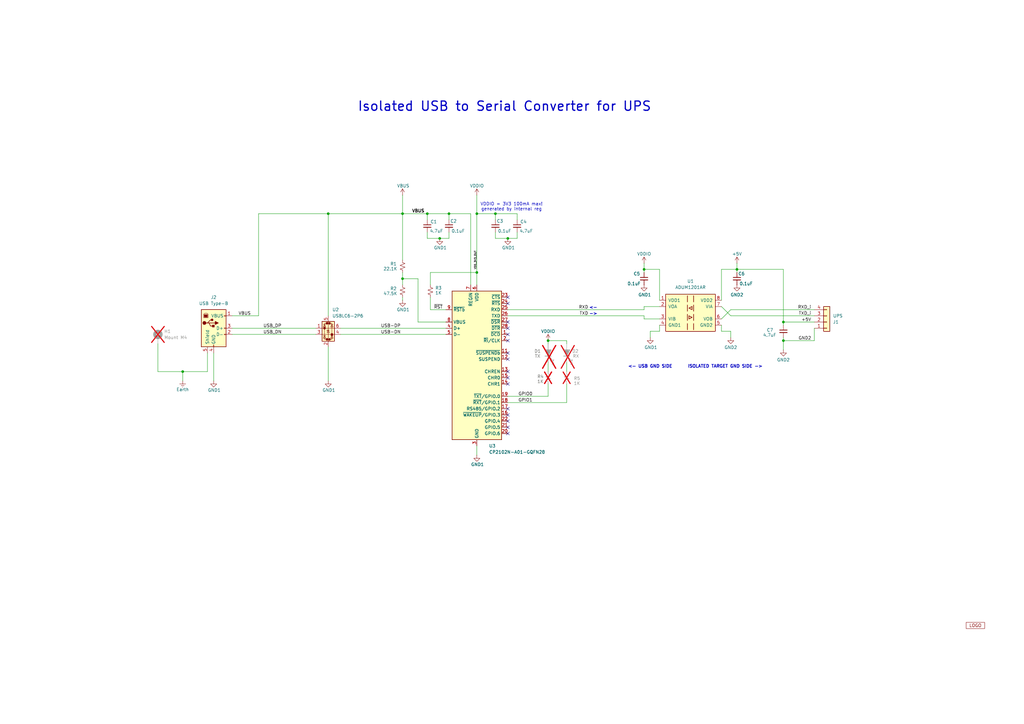
<source format=kicad_sch>
(kicad_sch (version 20250114) (generator "eeschema") (generator_version "9.0")
  (paper "A3")
  (title_block (title "VoltLink UPS Isolator") (date "2026-01-21") (rev "A") (company "Voltlog") (comment 1 "Isolated USB to Serial for UPS") (comment 2 "Copyright Voltlog 2025") (comment 3 "License: GPLv3") (comment 4 "Modified by Dimon7070"))
  (lib_symbols
    (symbol "Connector:USB_B" (pin_names (offset 1.016))
      (property "Reference" "J" (at -5.08 11.43 0))
      (property "Value" "USB_B" (at -5.08 8.89 0))
      (symbol "USB_B_0_1"
        (rectangle (start -5.08 -7.62) (end 5.08 7.62) (stroke (width 0.254)) (fill (type background)))
        (polyline (pts (xy -4.064 4.318) (xy -2.286 4.318) (xy -2.286 5.715) (xy -2.667 6.096) (xy -3.683 6.096) (xy -4.064 5.715) (xy -4.064 4.318)))
        (rectangle (start -3.81 5.588) (end -2.54 4.572) (fill (type outline)))
        (circle (center -3.81 2.159) (radius 0.635) (stroke (width 0.254)) (fill (type outline)))
        (polyline (pts (xy -3.175 2.159) (xy -2.54 2.159) (xy -1.27 3.429) (xy -0.635 3.429)) (stroke (width 0.254)))
        (polyline (pts (xy -2.54 2.159) (xy -1.905 2.159) (xy -1.27 0.889) (xy 0 0.889)) (stroke (width 0.254)))
        (polyline (pts (xy -1.905 2.159) (xy 0.635 2.159)) (stroke (width 0.254)))
        (circle (center -0.635 3.429) (radius 0.381) (stroke (width 0.254)) (fill (type outline)))
        (rectangle (start -0.127 -7.62) (end 0.127 -6.858))
        (rectangle (start 0.254 1.27) (end -0.508 0.508) (stroke (width 0.254)) (fill (type outline)))
        (polyline (pts (xy 0.635 2.794) (xy 0.635 1.524) (xy 1.905 2.159) (xy 0.635 2.794)) (stroke (width 0.254)) (fill (type outline)))
        (rectangle (start 5.08 4.953) (end 4.318 5.207))
        (rectangle (start 5.08 -0.127) (end 4.318 0.127))
        (rectangle (start 5.08 -2.667) (end 4.318 -2.413))
      )
      (symbol "USB_B_1_1"
        (pin passive line (at -2.54 -10.16 90) (length 2.54) (name "Shield") (number "5"))
        (pin power_out line (at 0 -10.16 90) (length 2.54) (name "GND") (number "4"))
        (pin power_out line (at 7.62 5.08 180) (length 2.54) (name "VBUS") (number "1"))
        (pin bidirectional line (at 7.62 0 180) (length 2.54) (name "D+") (number "3"))
        (pin bidirectional line (at 7.62 -2.54 180) (length 2.54) (name "D-") (number "2"))
      )
    )
    (symbol "Connector_Generic:Conn_01x04" (pin_names (offset 1.016) (hide yes))
      (property "Reference" "J" (at 0 5.08 0))
      (property "Value" "Conn_01x04" (at 0 -7.62 0))
      (symbol "Conn_01x04_1_1"
        (rectangle (start -1.27 3.81) (end 1.27 -6.35) (stroke (width 0.254)) (fill (type background)))
        (rectangle (start -1.27 2.667) (end 0 2.413) (stroke (width 0.1524)))
        (rectangle (start -1.27 0.127) (end 0 -0.127) (stroke (width 0.1524)))
        (rectangle (start -1.27 -2.413) (end 0 -2.667) (stroke (width 0.1524)))
        (rectangle (start -1.27 -4.953) (end 0 -5.207) (stroke (width 0.1524)))
        (pin passive line (at -5.08 2.54 0) (length 3.81) (name "Pin_1") (number "1"))
        (pin passive line (at -5.08 0 0) (length 3.81) (name "Pin_2") (number "2"))
        (pin passive line (at -5.08 -2.54 0) (length 3.81) (name "Pin_3") (number "3"))
        (pin passive line (at -5.08 -5.08 0) (length 3.81) (name "Pin_4") (number "4"))
      )
    )
    (symbol "Device:C_Small" (pin_numbers (hide yes)) (pin_names (offset 0.254) (hide yes))
      (property "Reference" "C" (at 0.254 1.778 0))
      (property "Value" "C_Small" (at 0.254 -2.032 0))
      (symbol "C_Small_0_1"
        (polyline (pts (xy -1.524 0.508) (xy 1.524 0.508)) (stroke (width 0.3048)))
        (polyline (pts (xy -1.524 -0.508) (xy 1.524 -0.508)) (stroke (width 0.3302)))
      )
      (symbol "C_Small_1_1"
        (pin passive line (at 0 2.54 270) (length 2.032) (name "~") (number "1"))
        (pin passive line (at 0 -2.54 90) (length 2.032) (name "~") (number "2"))
      )
    )
    (symbol "Device:LED_ALT" (pin_numbers (hide yes)) (pin_names (offset 1.016) (hide yes))
      (property "Reference" "D" (at 0 2.54 0))
      (property "Value" "Device_LED_ALT" (at 0 -2.54 0))
      (symbol "LED_ALT_0_1"
        (polyline (pts (xy -3.048 -0.762) (xy -4.572 -2.286) (xy -3.81 -2.286) (xy -4.572 -2.286) (xy -4.572 -1.524)))
        (polyline (pts (xy -1.778 -0.762) (xy -3.302 -2.286) (xy -2.54 -2.286) (xy -3.302 -2.286) (xy -3.302 -1.524)))
        (polyline (pts (xy -1.27 0) (xy 1.27 0)))
        (polyline (pts (xy -1.27 -1.27) (xy -1.27 1.27)) (stroke (width 0.254)))
        (polyline (pts (xy 1.27 -1.27) (xy 1.27 1.27) (xy -1.27 0) (xy 1.27 -1.27)) (stroke (width 0.254)) (fill (type outline)))
      )
      (symbol "LED_ALT_1_1"
        (pin passive line (at -3.81 0 0) (length 2.54) (name "K") (number "1"))
        (pin passive line (at 3.81 0 180) (length 2.54) (name "A") (number "2"))
      )
    )
    (symbol "Device:R_Small_US" (pin_numbers (hide yes)) (pin_names (offset 0.254) (hide yes))
      (property "Reference" "R" (at 0.762 0.508 0))
      (property "Value" "R_Small_US" (at 0.762 -1.016 0))
      (symbol "R_Small_US_1_1"
        (polyline (pts (xy 0 1.524) (xy 1.016 1.143) (xy 0 0.762) (xy -1.016 0.381) (xy 0 0)))
        (polyline (pts (xy 0 0) (xy 1.016 -0.381) (xy 0 -0.762) (xy -1.016 -1.143) (xy 0 -1.524)))
        (pin passive line (at 0 2.54 270) (length 1.016) (name "~") (number "1"))
        (pin passive line (at 0 -2.54 90) (length 1.016) (name "~") (number "2"))
      )
    )
    (symbol "Interface_USB:CP2102N-A01-GQFN28"
      (property "Reference" "U" (at -7.62 31.75 0))
      (property "Value" "Interface_USB_CP2102N-A01-GQFN28" (at 26.67 31.75 0))
      (symbol "CP2102N-A01-GQFN28_0_1"
        (rectangle (start -10.16 30.48) (end 10.16 -30.48) (stroke (width 0.254)) (fill (type background)))
      )
      (symbol "CP2102N-A01-GQFN28_1_1"
        (pin input line (at -12.7 22.86 0) (length 2.54) (name "~{RSTb}") (number "9"))
        (pin input line (at -12.7 17.78 0) (length 2.54) (name "VBUS") (number "8"))
        (pin bidirectional line (at -12.7 15.24 0) (length 2.54) (name "D+") (number "4"))
        (pin bidirectional line (at -12.7 12.7 0) (length 2.54) (name "D-") (number "5"))
        (pin no_connect line (at -10.16 -10.16 0) (length 2.54) (hide yes) (name "NC") (number "10"))
        (pin power_in line (at -2.54 33.02 270) (length 2.54) (name "REGIN") (number "7"))
        (pin passive line (at 0 33.02 270) (length 2.54) (name "VDD") (number "6"))
        (pin passive line (at 0 -33.02 90) (length 2.54) (hide yes) (name "GND") (number "29"))
        (pin power_in line (at 0 -33.02 90) (length 2.54) (name "GND") (number "3"))
        (pin input line (at 12.7 27.94 180) (length 2.54) (name "~{CTS}") (number "23"))
        (pin output line (at 12.7 25.4 180) (length 2.54) (name "~{RTS}") (number "24"))
        (pin input line (at 12.7 22.86 180) (length 2.54) (name "RXD") (number "25"))
        (pin output line (at 12.7 20.32 180) (length 2.54) (name "TXD") (number "26"))
        (pin input line (at 12.7 17.78 180) (length 2.54) (name "~{DSR}") (number "27"))
        (pin output line (at 12.7 15.24 180) (length 2.54) (name "~{DTR}") (number "28"))
        (pin input line (at 12.7 12.7 180) (length 2.54) (name "~{DCD}") (number "1"))
        (pin bidirectional line (at 12.7 10.16 180) (length 2.54) (name "~{RI}/CLK") (number "2"))
        (pin output line (at 12.7 5.08 180) (length 2.54) (name "~{SUSPENDb}") (number "11"))
        (pin output line (at 12.7 2.54 180) (length 2.54) (name "SUSPEND") (number "12"))
        (pin output line (at 12.7 -2.54 180) (length 2.54) (name "CHREN") (number "13"))
        (pin output line (at 12.7 -5.08 180) (length 2.54) (name "CHR0") (number "15"))
        (pin output line (at 12.7 -7.62 180) (length 2.54) (name "CHR1") (number "14"))
        (pin bidirectional line (at 12.7 -12.7 180) (length 2.54) (name "~{TXT}/GPIO.0") (number "19"))
        (pin bidirectional line (at 12.7 -15.24 180) (length 2.54) (name "~{RXT}/GPIO.1") (number "18"))
        (pin bidirectional line (at 12.7 -17.78 180) (length 2.54) (name "RS485/GPIO.2") (number "17"))
        (pin bidirectional line (at 12.7 -20.32 180) (length 2.54) (name "~{WAKEUP}/GPIO.3") (number "16"))
        (pin bidirectional line (at 12.7 -22.86 180) (length 2.54) (name "GPIO.4") (number "22"))
        (pin bidirectional line (at 12.7 -25.4 180) (length 2.54) (name "GPIO.5") (number "21"))
        (pin bidirectional line (at 12.7 -27.94 180) (length 2.54) (name "GPIO.6") (number "20"))
      )
    )
    (symbol "Isolator:ADuM1201AR" (pin_names (offset 1.016))
      (property "Reference" "U" (at -10.16 8.89 0))
      (property "Value" "ADuM1201AR" (at -2.032 8.89 0))
      (symbol "ADuM1201AR_0_1"
        (rectangle (start -10.16 7.62) (end 10.16 -7.62) (stroke (width 0.254)) (fill (type background)))
        (polyline (pts (xy -1.27 6.985) (xy -1.27 4.445)) (stroke (width 0.254)))
        (polyline (pts (xy -1.27 3.175) (xy -1.27 0.635)) (stroke (width 0.254)))
        (polyline (pts (xy -1.27 -0.635) (xy -1.27 -3.175)) (stroke (width 0.254)))
        (polyline (pts (xy -1.27 -4.445) (xy -1.27 -6.985)) (stroke (width 0.254)))
        (polyline (pts (xy -0.635 -1.27) (xy -0.635 -2.54) (xy 0.635 -1.905) (xy -0.635 -1.27)) (stroke (width 0.254)))
        (polyline (pts (xy 0.635 2.54) (xy 0.635 1.27) (xy -0.635 1.905) (xy 0.635 2.54)) (stroke (width 0.254)))
        (polyline (pts (xy 1.27 6.985) (xy 1.27 4.445)) (stroke (width 0.254)))
        (polyline (pts (xy 1.27 3.175) (xy 1.27 0.635)) (stroke (width 0.254)))
        (polyline (pts (xy 1.27 -0.635) (xy 1.27 -3.175)) (stroke (width 0.254)))
        (polyline (pts (xy 1.27 -4.445) (xy 1.27 -6.985)) (stroke (width 0.254)))
      )
      (symbol "ADuM1201AR_1_1"
        (pin power_in line (at -12.7 5.08 0) (length 2.54) (name "VDD1") (number "1"))
        (pin output line (at -12.7 2.54 0) (length 2.54) (name "VOA") (number "2"))
        (pin input line (at -12.7 -2.54 0) (length 2.54) (name "VIB") (number "3"))
        (pin power_in line (at -12.7 -5.08 0) (length 2.54) (name "GND1") (number "4"))
        (pin power_in line (at 12.7 5.08 180) (length 2.54) (name "VDD2") (number "8"))
        (pin input line (at 12.7 2.54 180) (length 2.54) (name "VIA") (number "7"))
        (pin output line (at 12.7 -2.54 180) (length 2.54) (name "VOB") (number "6"))
        (pin power_in line (at 12.7 -5.08 180) (length 2.54) (name "GND2") (number "5"))
      )
    )
    (symbol "MountingHole_Pad_1" (pin_numbers (hide yes)) (pin_names (offset 1.016) (hide yes)) (exclude_from_sim yes) (in_bom no)
      (property "Reference" "H" (at 0 6.35 0))
      (property "Value" "MountingHole_Pad" (at 0 4.445 0))
      (symbol "MountingHole_Pad_1_0_1"
        (circle (center 0 1.27) (radius 1.27) (stroke (width 1.27)))
      )
      (symbol "MountingHole_Pad_1_1_1"
        (pin input line (at 0 -2.54 90) (length 2.54) (name "1") (number "1"))
      )
    )
    (symbol "USBLC6-2P6_1" (pin_names (hide yes))
      (property "Reference" "U" (at 0.635 5.715 0))
      (property "Value" "USBLC6-2P6" (at 0.635 3.81 0))
      (symbol "USBLC6-2P6_1_0_0"
        (circle (center -1.524 0) (radius 0.0001) (stroke (width 0.508)))
        (circle (center -0.508 2.032) (radius 0.0001) (stroke (width 0.508)))
        (circle (center -0.508 -4.572) (radius 0.0001) (stroke (width 0.508)))
        (circle (center 0.508 2.032) (radius 0.0001) (stroke (width 0.508)))
        (circle (center 0.508 -4.572) (radius 0.0001) (stroke (width 0.508)))
        (circle (center 1.524 -2.54) (radius 0.0001) (stroke (width 0.508)))
      )
      (symbol "USBLC6-2P6_1_0_1"
        (polyline (pts (xy -2.54 0) (xy 2.54 0)))
        (polyline (pts (xy -2.54 -2.54) (xy 2.54 -2.54)))
        (polyline (pts (xy -2.032 0.508) (xy -1.016 0.508) (xy -1.524 1.524) (xy -2.032 0.508)))
        (polyline (pts (xy -2.032 -3.048) (xy -1.016 -3.048)))
        (polyline (pts (xy -1.016 1.524) (xy -2.032 1.524)))
        (polyline (pts (xy -1.016 -4.064) (xy -2.032 -4.064) (xy -1.524 -3.048) (xy -1.016 -4.064)))
        (polyline (pts (xy -0.508 -1.143) (xy -0.508 -0.762) (xy 0.508 -0.762)))
        (polyline (pts (xy 0 2.54) (xy -0.508 2.032) (xy 0.508 2.032) (xy 0 1.524) (xy 0 -4.064) (xy -0.508 -4.572) (xy 0.508 -4.572) (xy 0 -5.08)))
        (polyline (pts (xy 0.508 -1.778) (xy -0.508 -1.778) (xy 0 -0.762) (xy 0.508 -1.778)))
        (polyline (pts (xy 1.016 1.524) (xy 2.032 1.524)))
        (polyline (pts (xy 1.016 -3.048) (xy 2.032 -3.048)))
        (polyline (pts (xy 2.032 0.508) (xy 1.016 0.508) (xy 1.524 1.524) (xy 2.032 0.508)))
        (polyline (pts (xy 2.032 -4.064) (xy 1.016 -4.064) (xy 1.524 -3.048) (xy 2.032 -4.064)))
      )
      (symbol "USBLC6-2P6_1_1_1"
        (rectangle (start -2.54 2.794) (end 2.54 -5.334) (stroke (width 0.254)) (fill (type background)))
        (polyline (pts (xy -0.508 2.032) (xy -1.524 2.032) (xy -1.524 -4.572) (xy -0.508 -4.572)))
        (polyline (pts (xy 0.508 -4.572) (xy 1.524 -4.572) (xy 1.524 2.032) (xy 0.508 2.032)))
        (pin passive line (at -5.08 0 0) (length 2.54) (name "I/O1") (number "1"))
        (pin passive line (at -5.08 -2.54 0) (length 2.54) (name "I/O2") (number "3"))
        (pin passive line (at 0 5.08 270) (length 2.54) (name "VBUS") (number "5"))
        (pin passive line (at 0 -7.62 90) (length 2.54) (name "GND") (number "2"))
        (pin passive line (at 5.08 0 180) (length 2.54) (name "I/O1") (number "6"))
        (pin passive line (at 5.08 -2.54 180) (length 2.54) (name "I/O2") (number "4"))
      )
    )
    (symbol "Voltlog:VOLTLOG_LOGO" (pin_numbers (hide yes)) (pin_names (offset 0) (hide yes)) (in_bom no)
      (symbol "VOLTLOG_LOGO_0_0"
        (text "LOGO" (at 0 0 0) (effects (font (size 1.27 1.27))))
      )
      (symbol "VOLTLOG_LOGO_0_1"
        (rectangle (start -3.81 1.27) (end 3.81 -1.27))
      )
    )
    (symbol "power:+5V" (power) (pin_numbers (hide yes)) (pin_names (offset 0) (hide yes))
      (property "Value" "+5V" (at 0 3.556 0))
      (symbol "+5V_0_1"
        (polyline (pts (xy -0.762 1.27) (xy 0 2.54)))
        (polyline (pts (xy 0 2.54) (xy 0.762 1.27)))
        (polyline (pts (xy 0 0) (xy 0 2.54)))
      )
      (symbol "+5V_1_1"
        (pin power_in line (at 0 0 90) (length 0) (name "~") (number "1"))
      )
    )
    (symbol "power:Earth" (power) (pin_numbers (hide yes)) (pin_names (offset 0) (hide yes))
      (property "Value" "Earth" (at 0 -3.81 0))
      (symbol "Earth_0_1"
        (polyline (pts (xy -0.635 -1.905) (xy 0.635 -1.905)))
        (polyline (pts (xy -0.127 -2.54) (xy 0.127 -2.54)))
        (polyline (pts (xy 0 -1.27) (xy 0 0)))
        (polyline (pts (xy 1.27 -1.27) (xy -1.27 -1.27)))
      )
      (symbol "Earth_1_1"
        (pin power_in line (at 0 0 270) (length 0) (name "~") (number "1"))
      )
    )
    (symbol "power:GND1" (power) (pin_numbers (hide yes)) (pin_names (offset 0) (hide yes))
      (property "Value" "GND1" (at 0 -3.81 0))
      (symbol "GND1_0_1"
        (polyline (pts (xy 0 0) (xy 0 -1.27) (xy 1.27 -1.27) (xy 0 -2.54) (xy -1.27 -1.27) (xy 0 -1.27)))
      )
      (symbol "GND1_1_1"
        (pin power_in line (at 0 0 270) (length 0) (name "~") (number "1"))
      )
    )
    (symbol "power:GND2" (power) (pin_numbers (hide yes)) (pin_names (offset 0) (hide yes))
      (property "Value" "GND2" (at 0 -3.81 0))
      (symbol "GND2_0_1"
        (polyline (pts (xy 0 0) (xy 0 -1.27) (xy 1.27 -1.27) (xy 0 -2.54) (xy -1.27 -1.27) (xy 0 -1.27)))
      )
      (symbol "GND2_1_1"
        (pin power_in line (at 0 0 270) (length 0) (name "~") (number "1"))
      )
    )
    (symbol "power:VBUS" (power) (pin_numbers (hide yes)) (pin_names (offset 0) (hide yes))
      (property "Value" "VBUS" (at 0 3.556 0))
      (symbol "VBUS_0_1"
        (polyline (pts (xy -0.762 1.27) (xy 0 2.54)))
        (polyline (pts (xy 0 2.54) (xy 0.762 1.27)))
        (polyline (pts (xy 0 0) (xy 0 2.54)))
      )
      (symbol "VBUS_1_1"
        (pin power_in line (at 0 0 90) (length 0) (name "~") (number "1"))
      )
    )
    (symbol "power:VDD" (power) (pin_numbers (hide yes)) (pin_names (offset 0) (hide yes))
      (property "Value" "VDD" (at 0 3.556 0))
      (symbol "VDD_0_1"
        (polyline (pts (xy -0.762 1.27) (xy 0 2.54)))
        (polyline (pts (xy 0 2.54) (xy 0.762 1.27)))
        (polyline (pts (xy 0 0) (xy 0 2.54)))
      )
      (symbol "VDD_1_1"
        (pin power_in line (at 0 0 90) (length 0) (name "~") (number "1"))
      )
    )
  )
  (text "Isolated USB to Serial Converter for UPS" (at 146.558 45.974 0) (effects (font (size 3.81 3.81) (thickness 0.4978) (bold yes)) (justify left bottom)))
  (text "<- USB GND SIDE" (at 266.7 150.368 0) (effects (font (size 1.27 1.27) (thickness 0.254) (bold yes))))
  (text "ISOLATED TARGET GND SIDE ->" (at 297.434 150.368 0) (effects (font (size 1.27 1.27) (thickness 0.254) (bold yes))))
  (text "<-" (at 243.332 126.238 0) (effects (font (size 1.27 1.27) (bold yes))))
  (text "->" (at 243.332 128.778 0) (effects (font (size 1.27 1.27) (bold yes))))
  (text "VDDIO = 3V3 100mA max!\ngenerated by internal reg" (at 209.804 84.836 0) (effects (font (size 1.27 1.27))))
  (junction (at 184.15 87.63))
  (junction (at 134.62 87.63))
  (junction (at 195.58 87.63))
  (junction (at 302.26 110.49))
  (junction (at 321.31 132.08))
  (junction (at 180.34 97.79))
  (junction (at 165.1 114.3))
  (junction (at 264.16 110.49))
  (junction (at 74.93 152.4))
  (junction (at 195.58 111.76))
  (junction (at 165.1 87.63))
  (junction (at 224.79 139.7))
  (junction (at 175.26 87.63))
  (junction (at 203.2 87.63))
  (junction (at 208.28 97.79))
  (junction (at 321.31 139.7))
  (no_connect (at 208.28 147.32))
  (no_connect (at 208.28 177.8))
  (no_connect (at 208.28 157.48))
  (no_connect (at 208.28 134.62))
  (no_connect (at 208.28 167.64))
  (no_connect (at 208.28 152.4))
  (no_connect (at 208.28 172.72))
  (no_connect (at 208.28 154.94))
  (no_connect (at 208.28 139.7))
  (no_connect (at 208.28 144.78))
  (no_connect (at 208.28 132.08))
  (no_connect (at 208.28 124.46))
  (no_connect (at 208.28 175.26))
  (no_connect (at 208.28 137.16))
  (no_connect (at 208.28 170.18))
  (no_connect (at 208.28 121.92))
  (wire (pts (xy 165.1 114.3) (xy 165.1 116.84)))
  (wire (pts (xy 176.53 111.76) (xy 195.58 111.76)))
  (wire (pts (xy 208.28 162.56) (xy 224.79 162.56)))
  (wire (pts (xy 176.53 127) (xy 182.88 127)))
  (wire (pts (xy 270.51 110.49) (xy 264.16 110.49)))
  (wire (pts (xy 208.28 97.79) (xy 212.09 97.79)))
  (wire (pts (xy 95.25 134.62) (xy 129.54 134.62)))
  (wire (pts (xy 224.79 148.59) (xy 224.79 152.4)))
  (wire (pts (xy 299.72 129.54) (xy 334.01 129.54)))
  (wire (pts (xy 87.63 144.78) (xy 87.63 156.21)))
  (wire (pts (xy 321.31 139.7) (xy 321.31 138.43)))
  (wire (pts (xy 134.62 87.63) (xy 165.1 87.63)))
  (wire (pts (xy 334.01 139.7) (xy 334.01 134.62)))
  (wire (pts (xy 208.28 165.1) (xy 232.41 165.1)))
  (wire (pts (xy 180.34 97.79) (xy 184.15 97.79)))
  (wire (pts (xy 232.41 140.97) (xy 232.41 139.7)))
  (wire (pts (xy 264.16 107.95) (xy 264.16 110.49)))
  (wire (pts (xy 212.09 90.17) (xy 212.09 87.63)))
  (wire (pts (xy 264.16 110.49) (xy 264.16 111.76)))
  (wire (pts (xy 321.31 133.35) (xy 321.31 132.08)))
  (wire (pts (xy 195.58 111.76) (xy 195.58 116.84)))
  (wire (pts (xy 224.79 157.48) (xy 224.79 162.56)))
  (wire (pts (xy 176.53 111.76) (xy 176.53 116.84)))
  (wire (pts (xy 299.72 135.89) (xy 299.72 138.43)))
  (wire (pts (xy 321.31 110.49) (xy 321.31 132.08)))
  (wire (pts (xy 165.1 87.63) (xy 165.1 106.68)))
  (wire (pts (xy 195.58 87.63) (xy 203.2 87.63)))
  (wire (pts (xy 212.09 97.79) (xy 212.09 95.25)))
  (wire (pts (xy 302.26 110.49) (xy 302.26 111.76)))
  (wire (pts (xy 165.1 80.01) (xy 165.1 87.63)))
  (wire (pts (xy 203.2 87.63) (xy 203.2 90.17)))
  (wire (pts (xy 266.7 135.89) (xy 270.51 135.89)))
  (wire (pts (xy 139.7 134.62) (xy 182.88 134.62)))
  (wire (pts (xy 321.31 132.08) (xy 334.01 132.08)))
  (wire (pts (xy 175.26 97.79) (xy 180.34 97.79)))
  (wire (pts (xy 203.2 87.63) (xy 212.09 87.63)))
  (wire (pts (xy 270.51 123.19) (xy 270.51 110.49)))
  (wire (pts (xy 195.58 182.88) (xy 195.58 186.69)))
  (wire (pts (xy 302.26 107.95) (xy 302.26 110.49)))
  (wire (pts (xy 175.26 87.63) (xy 165.1 87.63)))
  (wire (pts (xy 295.91 110.49) (xy 295.91 123.19)))
  (wire (pts (xy 203.2 97.79) (xy 208.28 97.79)))
  (wire (pts (xy 321.31 143.51) (xy 321.31 139.7)))
  (wire (pts (xy 134.62 87.63) (xy 134.62 129.54)))
  (wire (pts (xy 266.7 135.89) (xy 266.7 138.43)))
  (wire (pts (xy 139.7 137.16) (xy 182.88 137.16)))
  (wire (pts (xy 270.51 135.89) (xy 270.51 133.35)))
  (wire (pts (xy 224.79 139.7) (xy 232.41 139.7)))
  (wire (pts (xy 208.28 129.54) (xy 264.16 129.54)))
  (wire (pts (xy 208.28 127) (xy 264.16 127)))
  (wire (pts (xy 134.62 142.24) (xy 134.62 156.21)))
  (wire (pts (xy 85.09 144.78) (xy 85.09 152.4)))
  (wire (pts (xy 321.31 139.7) (xy 334.01 139.7)))
  (wire (pts (xy 64.77 140.97) (xy 64.77 152.4)))
  (wire (pts (xy 184.15 87.63) (xy 184.15 90.17)))
  (wire (pts (xy 299.72 135.89) (xy 295.91 135.89)))
  (wire (pts (xy 193.04 116.84) (xy 193.04 87.63)))
  (wire (pts (xy 264.16 125.73) (xy 264.16 127)))
  (wire (pts (xy 299.72 127) (xy 334.01 127)))
  (wire (pts (xy 203.2 95.25) (xy 203.2 97.79)))
  (wire (pts (xy 74.93 152.4) (xy 74.93 156.21)))
  (wire (pts (xy 184.15 87.63) (xy 175.26 87.63)))
  (wire (pts (xy 106.045 87.63) (xy 134.62 87.63)))
  (wire (pts (xy 299.72 127) (xy 295.91 130.81)))
  (wire (pts (xy 224.79 139.7) (xy 224.79 140.97)))
  (wire (pts (xy 295.91 135.89) (xy 295.91 133.35)))
  (wire (pts (xy 176.53 121.92) (xy 176.53 127)))
  (wire (pts (xy 195.58 80.01) (xy 195.58 87.63)))
  (wire (pts (xy 295.91 110.49) (xy 302.26 110.49)))
  (wire (pts (xy 184.15 97.79) (xy 184.15 95.25)))
  (wire (pts (xy 171.45 132.08) (xy 182.88 132.08)))
  (wire (pts (xy 175.26 87.63) (xy 175.26 90.17)))
  (wire (pts (xy 106.045 87.63) (xy 106.045 129.54)))
  (wire (pts (xy 95.25 129.54) (xy 106.045 129.54)))
  (wire (pts (xy 232.41 157.48) (xy 232.41 165.1)))
  (wire (pts (xy 264.16 130.81) (xy 264.16 129.54)))
  (wire (pts (xy 95.25 137.16) (xy 129.54 137.16)))
  (wire (pts (xy 321.31 110.49) (xy 302.26 110.49)))
  (wire (pts (xy 232.41 148.59) (xy 232.41 152.4)))
  (wire (pts (xy 171.45 114.3) (xy 171.45 132.08)))
  (wire (pts (xy 165.1 111.76) (xy 165.1 114.3)))
  (wire (pts (xy 193.04 87.63) (xy 184.15 87.63)))
  (wire (pts (xy 165.1 121.92) (xy 165.1 123.19)))
  (wire (pts (xy 299.72 129.54) (xy 295.91 125.73)))
  (wire (pts (xy 195.58 87.63) (xy 195.58 111.76)))
  (wire (pts (xy 175.26 95.25) (xy 175.26 97.79)))
  (wire (pts (xy 165.1 114.3) (xy 171.45 114.3)))
  (wire (pts (xy 264.16 125.73) (xy 270.51 125.73)))
  (wire (pts (xy 74.93 152.4) (xy 85.09 152.4)))
  (wire (pts (xy 64.77 152.4) (xy 74.93 152.4)))
  (wire (pts (xy 264.16 130.81) (xy 270.51 130.81)))
  (label "USB_DN" (at 107.95 137.16 0))
  (label "GPIO0" (at 218.44 162.56 180))
  (label "USB-DP" (at 156.21 134.62 0))
  (label "VDD_3V3_OUT" (at 195.58 110.49 90) (effects (font (size 0.762 0.762))))
  (label "GPIO1" (at 218.44 165.1 180))
  (label "VBUS" (at 97.79 129.54 0))
  (label "TXD_i" (at 332.74 129.54 180))
  (label "TXD" (at 241.3 129.54 180))
  (label "VBUS" (at 168.91 87.63 0) (effects (font (thickness 0.254) (bold yes))))
  (label "+5V" (at 332.74 132.08 180))
  (label "USB-DN" (at 156.21 137.16 0))
  (label "RXD_i" (at 332.74 127 180))
  (label "~{RST}" (at 181.61 127 180))
  (label "RXD" (at 241.3 127 180))
  (label "USB_DP" (at 107.95 134.62 0))
  (label "GND2" (at 332.74 139.7 180))
  (symbol (lib_name "MountingHole_Pad_1") (lib_id "Mechanical:MountingHole_Pad") (at 64.77 138.43 0) (unit 1) (exclude_from_sim yes) (in_bom no) (dnp yes)
    (property "Reference" "H1" (at 67.31 135.8899 0) (effects (justify left)))
    (property "Value" "Mount M4" (at 67.31 138.4299 0) (effects (justify left)))
    (property "Footprint" "Voltlog:M4_TH_terminal" (effects (hide yes)))
    (property "Description" "Mounting Hole with connection" (effects (hide yes)))
  )
  (symbol (lib_id "Device:LED_ALT") (at 224.79 144.78 90) (unit 1) (dnp yes)
    (property "Reference" "D1" (at 220.472 144.018 90))
    (property "Value" "TX" (at 220.472 146.05 90))
    (property "Footprint" "LED_SMD:LED_0402_1005Metric" (effects (hide yes)))
    (property "Datasheet" "https://datasheet.lcsc.com/lcsc/2008201032_Foshan-NationStar-Optoelectronics-NCD0603G1_C84267.pdf" (effects (hide yes)))
    (property "LCSC" "C130723" (effects (hide yes)))
    (property "PN" "NCD0402G1" (effects (hide yes)))
  )
  (symbol (lib_id "power:GND1") (at 208.28 97.79 0) (unit 1)
    (property "Reference" "#PWR04" (effects (hide yes)))
    (property "Value" "GND1" (at 208.534 101.6 0))
    (property "Description" "Power symbol creates a global label with name \"GND1\" , ground" (effects (hide yes)))
  )
  (symbol (lib_id "Device:R_Small_US") (at 232.41 154.94 180) (unit 1) (dnp yes)
    (property "Reference" "R5" (at 237.998 155.194 0) (effects (justify left)))
    (property "Value" "1K" (at 237.998 157.226 0) (effects (justify left)))
    (property "Footprint" "Resistor_SMD:R_0402_1005Metric" (effects (hide yes)))
    (property "Description" "Resistor, small US symbol" (effects (hide yes)))
    (property "LCSC" "C11702" (effects (hide yes)))
  )
  (symbol (lib_id "power:GND1") (at 266.7 138.43 0) (unit 1)
    (property "Reference" "#PWR011" (effects (hide yes)))
    (property "Value" "GND1" (at 266.954 142.494 0))
    (property "Description" "Power symbol creates a global label with name \"GND1\" , ground" (effects (hide yes)))
  )
  (symbol (lib_id "power:+5V") (at 302.26 107.95 0) (unit 1)
    (property "Reference" "#PWR06" (effects (hide yes)))
    (property "Value" "+5V" (at 302.26 104.14 0))
    (property "Description" "Power symbol creates a global label with name \"+5V\"" (effects (hide yes)))
  )
  (symbol (lib_id "power:GND1") (at 134.62 156.21 0) (unit 1)
    (property "Reference" "#PWR016" (effects (hide yes)))
    (property "Value" "GND1" (at 134.874 160.02 0))
    (property "Description" "Power symbol creates a global label with name \"GND1\" , ground" (effects (hide yes)))
  )
  (symbol (lib_id "power:GND1") (at 180.34 97.79 0) (unit 1)
    (property "Reference" "#PWR03" (effects (hide yes)))
    (property "Value" "GND1" (at 180.594 101.6 0))
    (property "Description" "Power symbol creates a global label with name \"GND1\" , ground" (effects (hide yes)))
  )
  (symbol (lib_id "power:Earth") (at 74.93 156.21 0) (unit 1)
    (property "Reference" "#PWR014" (effects (hide yes)))
    (property "Value" "Earth" (at 74.93 159.766 0))
    (property "Description" "Power symbol creates a global label with name \"Earth\"" (effects (hide yes)))
  )
  (symbol (lib_id "Device:C_Small") (at 212.09 92.71 0) (unit 1)
    (property "Reference" "C4" (at 213.36 90.932 0) (effects (justify left)))
    (property "Value" "4.7uF" (at 213.106 94.742 0) (effects (justify left)))
    (property "Footprint" "Capacitor_SMD:C_0402_1005Metric" (effects (hide yes)))
    (property "Voltage" "10V" (effects (hide yes)))
    (property "LCSC" "C23733" (effects (hide yes)))
  )
  (symbol (lib_id "power:GND1") (at 165.1 123.19 0) (unit 1)
    (property "Reference" "#PWR09" (effects (hide yes)))
    (property "Value" "GND1" (at 165.354 127 0))
    (property "Description" "Power symbol creates a global label with name \"GND1\" , ground" (effects (hide yes)))
  )
  (symbol (lib_id "Device:R_Small_US") (at 165.1 119.38 0) (unit 1)
    (property "Reference" "R2" (at 160.02 118.364 0) (effects (justify left)))
    (property "Value" "47.5K" (at 157.226 120.396 0) (effects (justify left)))
    (property "Footprint" "Resistor_SMD:R_0402_1005Metric" (effects (hide yes)))
    (property "Description" "Resistor, small US symbol" (effects (hide yes)))
    (property "LCSC" "C25896" (effects (hide yes)))
  )
  (symbol (lib_id "Device:LED_ALT") (at 232.41 144.78 90) (unit 1) (dnp yes)
    (property "Reference" "D2" (at 235.966 144.018 90))
    (property "Value" "RX" (at 236.22 146.05 90))
    (property "Footprint" "LED_SMD:LED_0402_1005Metric" (effects (hide yes)))
    (property "LCSC" "C130719" (effects (hide yes)))
    (property "PN" "NCD0402R1" (effects (hide yes)))
  )
  (symbol (lib_id "power:VDD") (at 224.79 139.7 0) (unit 1)
    (property "Reference" "#PWR010" (effects (hide yes)))
    (property "Value" "VDDIO" (at 224.79 135.89 0))
    (property "Description" "Power symbol creates a global label with name \"VDD\"" (effects (hide yes)))
  )
  (symbol (lib_id "power:GND1") (at 87.63 156.21 0) (unit 1)
    (property "Reference" "#PWR015" (effects (hide yes)))
    (property "Value" "GND1" (at 87.884 160.02 0))
    (property "Description" "Power symbol creates a global label with name \"GND1\" , ground" (effects (hide yes)))
  )
  (symbol (lib_id "Device:C_Small") (at 203.2 92.71 0) (unit 1)
    (property "Reference" "C3" (at 203.708 90.678 0) (effects (justify left)))
    (property "Value" "0.1uF" (at 204.216 94.742 0) (effects (justify left)))
    (property "Footprint" "Capacitor_SMD:C_0402_1005Metric" (effects (hide yes)))
    (property "Description" "Unpolarized capacitor, small symbol" (effects (hide yes)))
    (property "LCSC" "C307331" (effects (hide yes)))
    (property "Voltage" "50V" (effects (hide yes)))
  )
  (symbol (lib_id "power:GND2") (at 302.26 116.84 0) (unit 1)
    (property "Reference" "#PWR08" (effects (hide yes)))
    (property "Value" "GND2" (at 302.26 120.904 0))
    (property "Description" "Power symbol creates a global label with name \"GND2\" , ground" (effects (hide yes)))
  )
  (symbol (lib_id "Device:R_Small_US") (at 224.79 154.94 180) (unit 1) (dnp yes)
    (property "Reference" "R4" (at 223.012 154.432 0) (effects (justify left)))
    (property "Value" "1K" (at 223.012 156.464 0) (effects (justify left)))
    (property "Footprint" "Resistor_SMD:R_0402_1005Metric" (effects (hide yes)))
    (property "Description" "Resistor, small US symbol" (effects (hide yes)))
    (property "LCSC" "C11702" (effects (hide yes)))
  )
  (symbol (lib_id "Voltlog:VOLTLOG_LOGO") (at 400.05 256.54 0) (unit 1) (in_bom no)
    (property "Reference" "V1" (effects (hide yes)))
    (property "Value" "VOLTLOG_LOGO" (effects (hide yes)))
    (property "Footprint" "Voltlog:voltlog_silk_5mm" (effects (hide yes)))
  )
  (symbol (lib_id "Device:C_Small") (at 264.16 114.3 0) (unit 1)
    (property "Reference" "C5" (at 259.842 112.268 0) (effects (justify left)))
    (property "Value" "0.1uF" (at 257.302 116.332 0) (effects (justify left)))
    (property "Footprint" "Capacitor_SMD:C_0402_1005Metric" (effects (hide yes)))
    (property "Description" "Unpolarized capacitor, small symbol" (effects (hide yes)))
    (property "LCSC" "C307331" (effects (hide yes)))
    (property "Voltage" "50V" (effects (hide yes)))
  )
  (symbol (lib_id "power:GND2") (at 299.72 138.43 0) (unit 1)
    (property "Reference" "#PWR012" (effects (hide yes)))
    (property "Value" "GND2" (at 299.72 142.494 0))
    (property "Description" "Power symbol creates a global label with name \"GND2\" , ground" (effects (hide yes)))
  )
  (symbol (lib_id "power:GND1") (at 264.16 116.84 0) (unit 1)
    (property "Reference" "#PWR07" (effects (hide yes)))
    (property "Value" "GND1" (at 264.414 120.904 0))
    (property "Description" "Power symbol creates a global label with name \"GND1\" , ground" (effects (hide yes)))
  )
  (symbol (lib_id "Device:C_Small") (at 321.31 135.89 0) (unit 1)
    (property "Reference" "C7" (at 314.452 135.382 0) (effects (justify left)))
    (property "Value" "4.7uF" (at 312.928 137.414 0) (effects (justify left)))
    (property "Footprint" "Capacitor_SMD:C_0402_1005Metric" (effects (hide yes)))
    (property "Voltage" "10V" (effects (hide yes)))
    (property "LCSC" "C23733" (effects (hide yes)))
  )
  (symbol (lib_id "Device:R_Small_US") (at 165.1 109.22 0) (unit 1)
    (property "Reference" "R1" (at 160.02 108.204 0) (effects (justify left)))
    (property "Value" "22.1K" (at 157.226 110.236 0) (effects (justify left)))
    (property "Footprint" "Resistor_SMD:R_0402_1005Metric" (effects (hide yes)))
    (property "Description" "Resistor, small US symbol" (effects (hide yes)))
    (property "LCSC" "C43473" (effects (hide yes)))
  )
  (symbol (lib_name "USBLC6-2P6_1") (lib_id "Power_Protection:USBLC6-2P6") (at 134.62 134.62 0) (unit 1)
    (property "Reference" "U2" (at 136.2711 127 0) (effects (justify left)))
    (property "Value" "USBLC6-2P6" (at 136.2711 129.54 0) (effects (justify left)))
    (property "Footprint" "Package_TO_SOT_SMD:SOT-666" (effects (hide yes)))
    (property "Datasheet" "https://www.st.com/resource/en/datasheet/usblc6-2.pdf" (effects (hide yes)))
    (property "Description" "Very low capacitance ESD protection diode, 2 data-line, SOT-666" (effects (hide yes)))
    (property "LCSC" "C2827693" (effects (hide yes)))
  )
  (symbol (lib_id "Device:C_Small") (at 302.26 114.3 0) (unit 1)
    (property "Reference" "C6" (at 302.768 112.268 0) (effects (justify left)))
    (property "Value" "0.1uF" (at 303.276 116.332 0) (effects (justify left)))
    (property "Footprint" "Capacitor_SMD:C_0402_1005Metric" (effects (hide yes)))
    (property "Description" "Unpolarized capacitor, small symbol" (effects (hide yes)))
    (property "LCSC" "C307331" (effects (hide yes)))
    (property "Voltage" "50V" (effects (hide yes)))
  )
  (symbol (lib_id "Device:C_Small") (at 175.26 92.71 0) (unit 1)
    (property "Reference" "C1" (at 176.53 90.932 0) (effects (justify left)))
    (property "Value" "4.7uF" (at 176.276 94.742 0) (effects (justify left)))
    (property "Footprint" "Capacitor_SMD:C_0402_1005Metric" (effects (hide yes)))
    (property "Voltage" "10V" (effects (hide yes)))
    (property "LCSC" "C23733" (effects (hide yes)))
  )
  (symbol (lib_id "Connector_Generic:Conn_01x04") (at 339.09 132.08 0) (mirror x) (unit 1)
    (property "Reference" "J1" (at 341.63 132.0801 0) (effects (justify left)))
    (property "Value" "UPS" (at 341.63 129.5401 0) (effects (justify left)))
    (property "Footprint" "Connector_JST:JST_XH_B4B-XH-A_1x04_P2.50mm_Vertical" (effects (hide yes)))
    (property "Description" "Generic connector, single row, 01x04, script generated (kicad-library-utils/schlib/autogen/connector/)" (effects (hide yes)))
    (property "LCSC" "C19271370" (effects (hide yes)))
  )
  (symbol (lib_id "Interface_USB:CP2102N-A01-GQFN28") (at 195.58 149.86 0) (unit 1)
    (property "Reference" "U3" (at 201.93 182.88 0))
    (property "Value" "CP2102N-A01-GQFN28" (at 212.09 185.42 0))
    (property "Footprint" "Package_DFN_QFN:QFN-28-1EP_5x5mm_P0.5mm_EP3.35x3.35mm" (effects (hide yes)))
    (property "Datasheet" "https://www.silabs.com/documents/public/data-sheets/cp2102n-datasheet.pdf" (effects (hide yes)))
    (property "PN" "CP2102N-A02-GQFN28R" (effects (hide yes)))
    (property "LCSC" "C1550553" (effects (hide yes)))
  )
  (symbol (lib_id "Device:C_Small") (at 184.15 92.71 0) (unit 1)
    (property "Reference" "C2" (at 184.658 90.678 0) (effects (justify left)))
    (property "Value" "0.1uF" (at 185.166 94.742 0) (effects (justify left)))
    (property "Footprint" "Capacitor_SMD:C_0402_1005Metric" (effects (hide yes)))
    (property "Description" "Unpolarized capacitor, small symbol" (effects (hide yes)))
    (property "LCSC" "C307331" (effects (hide yes)))
    (property "Voltage" "50V" (effects (hide yes)))
  )
  (symbol (lib_id "power:VDD") (at 264.16 107.95 0) (unit 1)
    (property "Reference" "#PWR05" (effects (hide yes)))
    (property "Value" "VDDIO" (at 264.16 104.14 0))
    (property "Description" "Power symbol creates a global label with name \"VDD\"" (effects (hide yes)))
  )
  (symbol (lib_id "power:GND1") (at 195.58 186.69 0) (unit 1)
    (property "Reference" "#PWR017" (effects (hide yes)))
    (property "Value" "GND1" (at 195.834 190.5 0))
    (property "Description" "Power symbol creates a global label with name \"GND1\" , ground" (effects (hide yes)))
  )
  (symbol (lib_id "power:VDD") (at 195.58 80.01 0) (unit 1)
    (property "Reference" "#PWR02" (effects (hide yes)))
    (property "Value" "VDDIO" (at 195.58 76.2 0))
    (property "Description" "Power symbol creates a global label with name \"VDD\"" (effects (hide yes)))
  )
  (symbol (lib_id "Isolator:ADuM1201AR") (at 283.21 128.27 0) (unit 1)
    (property "Reference" "U1" (at 283.21 115.316 0))
    (property "Value" "ADUM1201AR" (at 283.21 117.856 0))
    (property "Footprint" "Package_SO:SOIC-8_3.9x4.9mm_P1.27mm" (effects (hide yes)))
    (property "Datasheet" "https://www.analog.com/media/en/technical-documentation/data-sheets/ADuM1200_1201.pdf" (effects (hide yes)))
    (property "Description" "Dual-channel digital isolator, bidirectional communication, 3V/5V level translation, SOIC-8" (effects (hide yes)))
    (property "PN" "ADUM1201ARZ-RL7" (effects (hide yes)))
    (property "LCSC" "C9669" (effects (hide yes)))
  )
  (symbol (lib_id "Connector:USB_B") (at 87.63 134.62 0) (unit 1)
    (property "Reference" "J2" (at 87.63 121.92 0))
    (property "Value" "USB Type-B" (at 87.63 124.46 0))
    (property "Footprint" "Connector_USB:USB_B_Lumberg_2411_02_Horizontal" (effects (hide yes)))
    (property "Datasheet" "https://jlcpcb.com/api/file/downloadByFileSystemAccessId/8588892898368622592" (effects (hide yes)))
    (property "Description" "USB Type B connector" (effects (hide yes)))
    (property "LCSC" "C720549" (effects (hide yes)))
  )
  (symbol (lib_id "Device:R_Small_US") (at 176.53 119.38 180) (unit 1)
    (property "Reference" "R3" (at 179.832 118.11 0))
    (property "Value" "1K" (at 179.832 120.142 0))
    (property "Footprint" "Resistor_SMD:R_0402_1005Metric" (effects (hide yes)))
    (property "Description" "Resistor, small US symbol" (effects (hide yes)))
    (property "LCSC" "C11702" (effects (hide yes)))
  )
  (symbol (lib_id "power:GND2") (at 321.31 143.51 0) (unit 1)
    (property "Reference" "#PWR013" (effects (hide yes)))
    (property "Value" "GND2" (at 321.31 147.574 0))
    (property "Description" "Power symbol creates a global label with name \"GND2\" , ground" (effects (hide yes)))
  )
  (symbol (lib_id "power:VBUS") (at 165.1 80.01 0) (unit 1)
    (property "Reference" "#PWR01" (effects (hide yes)))
    (property "Value" "VBUS" (at 165.354 76.2 0))
    (property "Description" "Power symbol creates a global label with name \"VBUS\"" (effects (hide yes)))
  )
)
</source>
